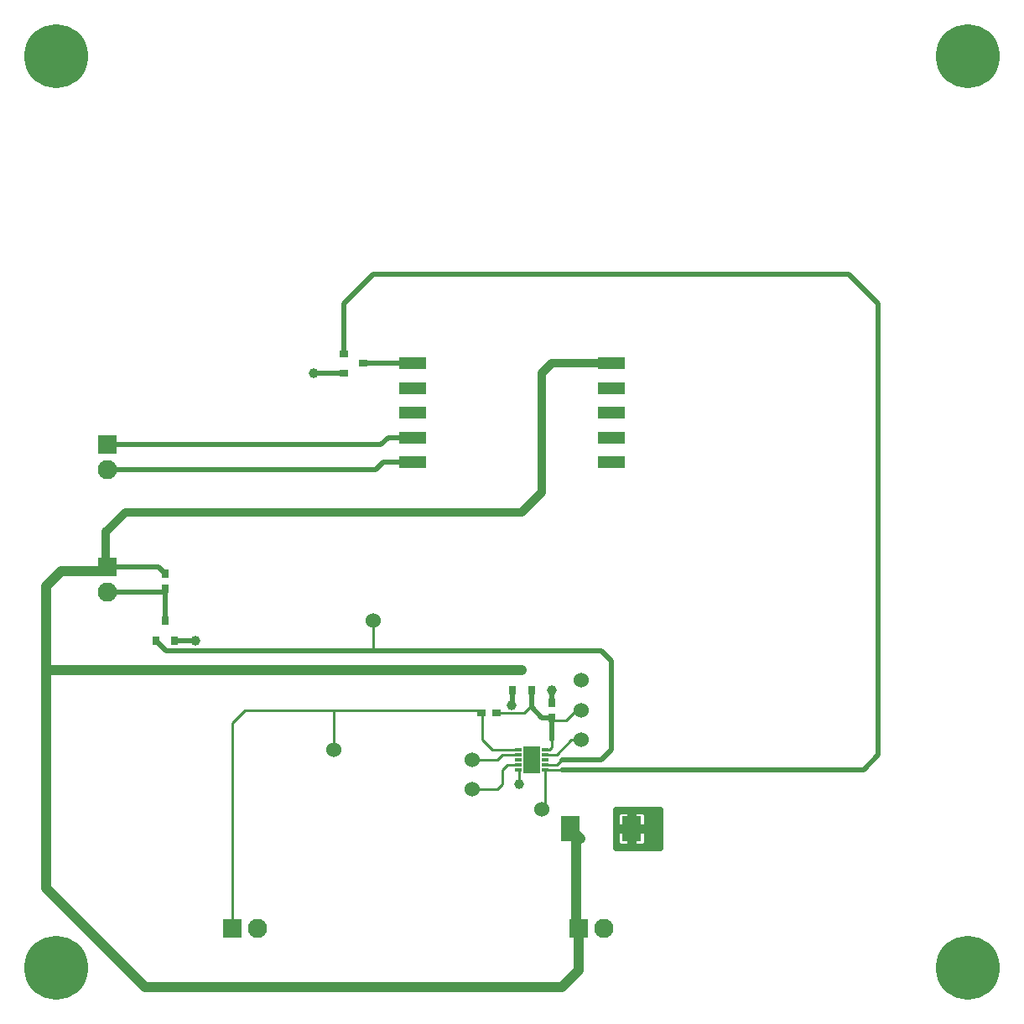
<source format=gbr>
G75*
G70*
%OFA0B0*%
%FSLAX24Y24*%
%IPPOS*%
%LPD*%
%AMOC8*
5,1,8,0,0,1.08239X$1,22.5*
%
%ADD10R,0.0768X0.0768*%
%ADD11C,0.0768*%
%ADD12R,0.0256X0.0118*%
%ADD13R,0.0689X0.1063*%
%ADD14R,0.1102X0.0512*%
%ADD15R,0.0354X0.0315*%
%ADD16R,0.0315X0.0354*%
%ADD17R,0.0300X0.0350*%
%ADD18R,0.0350X0.0300*%
%ADD19R,0.0748X0.0984*%
%ADD20C,0.2540*%
%ADD21C,0.0600*%
%ADD22C,0.0197*%
%ADD23C,0.0394*%
%ADD24C,0.0320*%
%ADD25C,0.0396*%
%ADD26C,0.0098*%
D10*
X008656Y003250D03*
X022435Y003250D03*
X003695Y017613D03*
X003695Y022455D03*
D11*
X003695Y021455D03*
X003695Y016613D03*
X009656Y003250D03*
X023435Y003250D03*
D12*
X021105Y009550D03*
X021105Y009746D03*
X021105Y009943D03*
X021105Y010140D03*
X021105Y010337D03*
X020042Y010337D03*
X020042Y010140D03*
X020042Y009943D03*
X020042Y009746D03*
X020042Y009550D03*
D13*
X020573Y009943D03*
D14*
X023723Y021754D03*
X023723Y022739D03*
X023723Y023723D03*
X023723Y024707D03*
X023723Y025691D03*
X015849Y025691D03*
X015849Y024707D03*
X015849Y023723D03*
X015849Y022739D03*
X015849Y021754D03*
D15*
X013093Y025317D03*
X013093Y026065D03*
X013880Y025691D03*
D16*
X006006Y015455D03*
X005632Y014668D03*
X006380Y014668D03*
X019806Y012699D03*
X020554Y012699D03*
X020180Y013487D03*
D17*
X021361Y012212D03*
X021361Y011612D03*
X006006Y016730D03*
X006006Y017330D03*
D18*
X018584Y011813D03*
X019184Y011813D03*
D19*
X022109Y007187D03*
X024550Y007187D03*
D20*
X001676Y001676D03*
X001676Y037896D03*
X037896Y037896D03*
X037896Y001676D03*
D21*
X022542Y010731D03*
X022542Y011912D03*
X022542Y013093D03*
X018211Y009943D03*
X018211Y008762D03*
X020967Y007975D03*
X014274Y015455D03*
X012699Y010337D03*
D22*
X014274Y014274D02*
X023329Y014274D01*
X023723Y013880D01*
X023723Y010337D01*
X023329Y009943D01*
X021754Y009943D01*
X021754Y009550D02*
X033762Y009550D01*
X034353Y010140D01*
X034353Y028054D01*
X033172Y029235D01*
X014274Y029235D01*
X013093Y028054D01*
X013093Y026065D01*
X013093Y025317D02*
X011931Y025317D01*
X011912Y025298D01*
X013880Y025691D02*
X015849Y025691D01*
X015849Y022739D02*
X014865Y022739D01*
X014581Y022455D01*
X003695Y022455D01*
X003695Y021455D02*
X014369Y021455D01*
X014668Y021754D01*
X015849Y021754D01*
X014274Y014274D02*
X006026Y014274D01*
X005632Y014668D01*
X006380Y014668D02*
X007187Y014668D01*
X006006Y015455D02*
X006006Y016730D01*
X005889Y016613D01*
X003695Y016613D01*
X003695Y017613D02*
X005724Y017613D01*
X006006Y017330D01*
X019786Y012109D02*
X019806Y012128D01*
X019806Y012699D01*
X020554Y012699D02*
X020554Y012030D01*
X020967Y011617D01*
X021356Y011617D01*
X021361Y011612D01*
X021361Y010731D01*
X021361Y012212D02*
X021361Y012699D01*
X023920Y007975D02*
X025691Y007975D01*
X025691Y006400D01*
X023920Y006400D01*
X023920Y007975D01*
X023920Y007917D02*
X025691Y007917D01*
X025691Y007721D02*
X025122Y007721D01*
X025122Y007762D02*
X025006Y007878D01*
X024638Y007878D01*
X024638Y007276D01*
X024461Y007276D01*
X024461Y007099D01*
X023977Y007099D01*
X023977Y006613D01*
X024093Y006497D01*
X024461Y006497D01*
X024461Y007099D01*
X024638Y007099D01*
X024638Y007276D01*
X025122Y007276D01*
X025122Y007762D01*
X025122Y007526D02*
X025691Y007526D01*
X025691Y007330D02*
X025122Y007330D01*
X025122Y007099D02*
X024638Y007099D01*
X024638Y006497D01*
X025006Y006497D01*
X025122Y006613D01*
X025122Y007099D01*
X025122Y006940D02*
X025691Y006940D01*
X025691Y007135D02*
X024638Y007135D01*
X024461Y007135D02*
X023920Y007135D01*
X023977Y007276D02*
X024461Y007276D01*
X024461Y007878D01*
X024093Y007878D01*
X023977Y007762D01*
X023977Y007276D01*
X023977Y007330D02*
X023920Y007330D01*
X023920Y007526D02*
X023977Y007526D01*
X023977Y007721D02*
X023920Y007721D01*
X024461Y007721D02*
X024638Y007721D01*
X024638Y007526D02*
X024461Y007526D01*
X024461Y007330D02*
X024638Y007330D01*
X024638Y006940D02*
X024461Y006940D01*
X024461Y006744D02*
X024638Y006744D01*
X024638Y006549D02*
X024461Y006549D01*
X024041Y006549D02*
X023920Y006549D01*
X023920Y006744D02*
X023977Y006744D01*
X023977Y006940D02*
X023920Y006940D01*
X025058Y006549D02*
X025691Y006549D01*
X025691Y006744D02*
X025122Y006744D01*
D23*
X022491Y006806D02*
X022325Y006971D01*
X022325Y003361D01*
X022435Y003250D01*
X022435Y001569D01*
X021754Y000888D01*
X005219Y000888D01*
X001282Y004825D01*
X001282Y013487D01*
X020180Y013487D01*
X022109Y007187D02*
X022325Y006971D01*
X003695Y017613D02*
X003506Y017424D01*
X001872Y017424D01*
X001282Y016833D01*
X001282Y013487D01*
D24*
X003695Y017613D02*
X003644Y017664D01*
X003644Y018998D01*
X004431Y019786D01*
X020180Y019786D01*
X020967Y020573D01*
X020967Y025298D01*
X021361Y025691D01*
X023723Y025691D01*
D25*
X011912Y025298D03*
X007187Y014668D03*
X019786Y012109D03*
X021361Y012699D03*
X020573Y009943D03*
X020081Y008959D03*
X025298Y007581D03*
X025298Y006794D03*
D26*
X021754Y009550D02*
X021105Y009550D01*
X021105Y008113D01*
X020967Y007975D01*
X020081Y008959D02*
X020081Y009550D01*
X020042Y009550D01*
X020042Y009746D02*
X019589Y009746D01*
X019392Y009550D01*
X019392Y008959D01*
X019195Y008762D01*
X018211Y008762D01*
X018211Y009943D02*
X019195Y009943D01*
X019392Y010140D01*
X020042Y010140D01*
X020042Y010337D02*
X018998Y010337D01*
X018605Y010731D01*
X018605Y011793D01*
X018584Y011813D01*
X018486Y011912D01*
X012699Y011912D01*
X012699Y010337D01*
X012699Y011912D02*
X009156Y011912D01*
X008656Y011412D01*
X008656Y003250D01*
X019184Y011813D02*
X020278Y011813D01*
X020494Y012030D01*
X020554Y012030D01*
X021361Y011612D02*
X021454Y011518D01*
X021951Y011518D01*
X022345Y011912D01*
X022542Y011912D01*
X022542Y010731D02*
X022148Y010731D01*
X021557Y010140D01*
X021105Y010140D01*
X021105Y010337D02*
X021262Y010337D01*
X021361Y010435D01*
X021361Y010731D01*
X021754Y009943D02*
X021557Y009746D01*
X021105Y009746D01*
X014274Y014274D02*
X014274Y015455D01*
M02*

</source>
